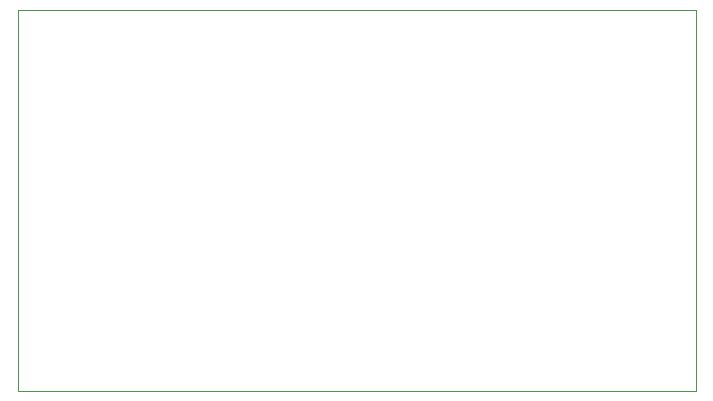
<source format=gbr>
%TF.GenerationSoftware,KiCad,Pcbnew,(6.0.7)*%
%TF.CreationDate,2022-11-02T22:50:05-04:00*%
%TF.ProjectId,tifi_daughterboard,74696669-5f64-4617-9567-68746572626f,1*%
%TF.SameCoordinates,Original*%
%TF.FileFunction,Profile,NP*%
%FSLAX46Y46*%
G04 Gerber Fmt 4.6, Leading zero omitted, Abs format (unit mm)*
G04 Created by KiCad (PCBNEW (6.0.7)) date 2022-11-02 22:50:05*
%MOMM*%
%LPD*%
G01*
G04 APERTURE LIST*
%TA.AperFunction,Profile*%
%ADD10C,0.101600*%
%TD*%
G04 APERTURE END LIST*
D10*
X116078000Y-69596000D02*
X173482000Y-69596000D01*
X173482000Y-69596000D02*
X173482000Y-101854000D01*
X173482000Y-101854000D02*
X116078000Y-101854000D01*
X116078000Y-101854000D02*
X116078000Y-69596000D01*
M02*

</source>
